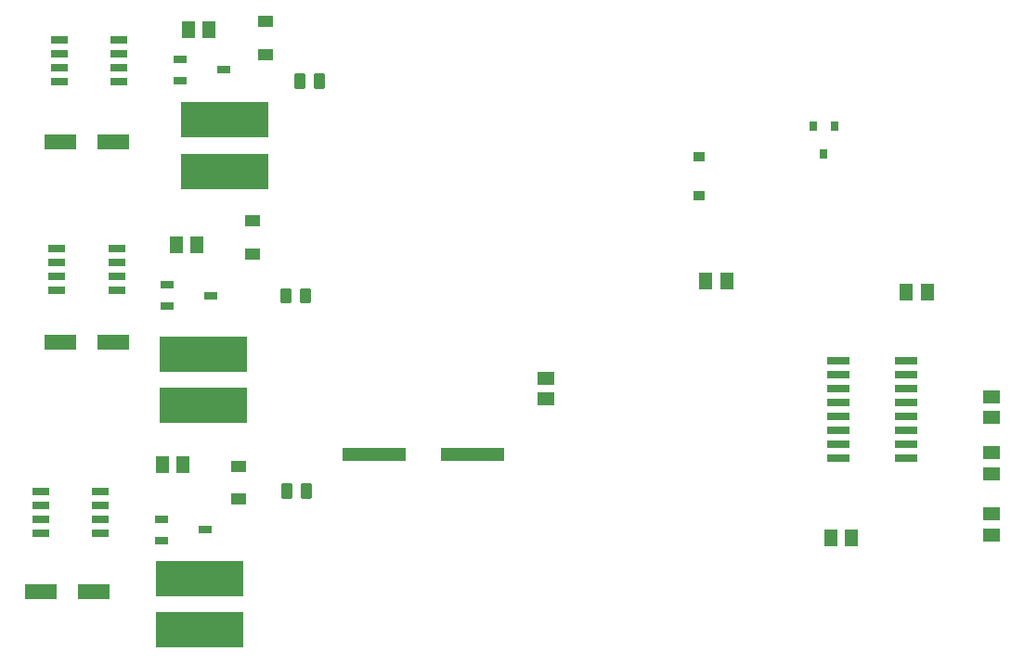
<source format=gbr>
G04 EAGLE Gerber RS-274X export*
G75*
%MOMM*%
%FSLAX34Y34*%
%LPD*%
%INSolderpaste Top*%
%IPPOS*%
%AMOC8*
5,1,8,0,0,1.08239X$1,22.5*%
G01*
%ADD10R,2.032000X0.660400*%
%ADD11R,1.300000X1.500000*%
%ADD12R,1.500000X1.300000*%
%ADD13R,1.550000X0.700000*%
%ADD14R,8.000000X3.300000*%
%ADD15R,1.370000X1.120000*%
%ADD16R,1.270000X0.635000*%
%ADD17C,0.254000*%
%ADD18R,3.000000X1.400000*%
%ADD19R,1.130000X0.920000*%
%ADD20R,0.650000X0.950000*%
%ADD21R,5.750000X1.200000*%


D10*
X843734Y249550D03*
X782266Y249550D03*
X843734Y262250D03*
X843734Y274950D03*
X782266Y262250D03*
X782266Y274950D03*
X843734Y287650D03*
X782266Y287650D03*
X843734Y300350D03*
X782266Y300350D03*
X843734Y313050D03*
X843734Y325750D03*
X782266Y313050D03*
X782266Y325750D03*
X843734Y338450D03*
X782266Y338450D03*
D11*
X863500Y401000D03*
X844500Y401000D03*
D12*
X922000Y254500D03*
X922000Y235500D03*
X922000Y305500D03*
X922000Y286500D03*
D11*
X775500Y177000D03*
X794500Y177000D03*
D12*
X922000Y198500D03*
X922000Y179500D03*
X516000Y322500D03*
X516000Y303500D03*
D13*
X126250Y592950D03*
X126250Y605650D03*
X126250Y618350D03*
X126250Y631050D03*
X71750Y631050D03*
X71750Y618350D03*
X71750Y605650D03*
X71750Y592950D03*
D14*
X223000Y558500D03*
X223000Y511500D03*
D15*
X260000Y618000D03*
X260000Y648000D03*
D16*
X222000Y604000D03*
X182000Y614000D03*
X182000Y594000D03*
D17*
X305080Y599715D02*
X312700Y599715D01*
X312700Y588285D01*
X305080Y588285D01*
X305080Y599715D01*
X305080Y590698D02*
X312700Y590698D01*
X312700Y593111D02*
X305080Y593111D01*
X305080Y595524D02*
X312700Y595524D01*
X312700Y597937D02*
X305080Y597937D01*
X294920Y599715D02*
X287300Y599715D01*
X294920Y599715D02*
X294920Y588285D01*
X287300Y588285D01*
X287300Y599715D01*
X287300Y590698D02*
X294920Y590698D01*
X294920Y593111D02*
X287300Y593111D01*
X287300Y595524D02*
X294920Y595524D01*
X294920Y597937D02*
X287300Y597937D01*
D13*
X124250Y402950D03*
X124250Y415650D03*
X124250Y428350D03*
X124250Y441050D03*
X69750Y441050D03*
X69750Y428350D03*
X69750Y415650D03*
X69750Y402950D03*
D14*
X203000Y344500D03*
X203000Y297500D03*
D15*
X248000Y436000D03*
X248000Y466000D03*
D16*
X210000Y398000D03*
X170000Y408000D03*
X170000Y388000D03*
D17*
X292080Y403715D02*
X299700Y403715D01*
X299700Y392285D01*
X292080Y392285D01*
X292080Y403715D01*
X292080Y394698D02*
X299700Y394698D01*
X299700Y397111D02*
X292080Y397111D01*
X292080Y399524D02*
X299700Y399524D01*
X299700Y401937D02*
X292080Y401937D01*
X281920Y403715D02*
X274300Y403715D01*
X281920Y403715D02*
X281920Y392285D01*
X274300Y392285D01*
X274300Y403715D01*
X274300Y394698D02*
X281920Y394698D01*
X281920Y397111D02*
X274300Y397111D01*
X274300Y399524D02*
X281920Y399524D01*
X281920Y401937D02*
X274300Y401937D01*
D13*
X109250Y180950D03*
X109250Y193650D03*
X109250Y206350D03*
X109250Y219050D03*
X54750Y219050D03*
X54750Y206350D03*
X54750Y193650D03*
X54750Y180950D03*
D14*
X200000Y139500D03*
X200000Y92500D03*
D15*
X235000Y212000D03*
X235000Y242000D03*
D16*
X205000Y184000D03*
X165000Y194000D03*
X165000Y174000D03*
D17*
X293080Y225715D02*
X300700Y225715D01*
X300700Y214285D01*
X293080Y214285D01*
X293080Y225715D01*
X293080Y216698D02*
X300700Y216698D01*
X300700Y219111D02*
X293080Y219111D01*
X293080Y221524D02*
X300700Y221524D01*
X300700Y223937D02*
X293080Y223937D01*
X282920Y225715D02*
X275300Y225715D01*
X282920Y225715D02*
X282920Y214285D01*
X275300Y214285D01*
X275300Y225715D01*
X275300Y216698D02*
X282920Y216698D01*
X282920Y219111D02*
X275300Y219111D01*
X275300Y221524D02*
X282920Y221524D01*
X282920Y223937D02*
X275300Y223937D01*
D18*
X73000Y538000D03*
X121000Y538000D03*
X73000Y355000D03*
X121000Y355000D03*
X55000Y128000D03*
X103000Y128000D03*
D11*
X208500Y641000D03*
X189500Y641000D03*
X197500Y444000D03*
X178500Y444000D03*
X184500Y244000D03*
X165500Y244000D03*
D19*
X655000Y524500D03*
X655000Y489500D03*
D20*
X759500Y552500D03*
X778500Y552500D03*
X769000Y527500D03*
D11*
X661500Y411000D03*
X680500Y411000D03*
D21*
X359000Y253000D03*
X449000Y253000D03*
M02*

</source>
